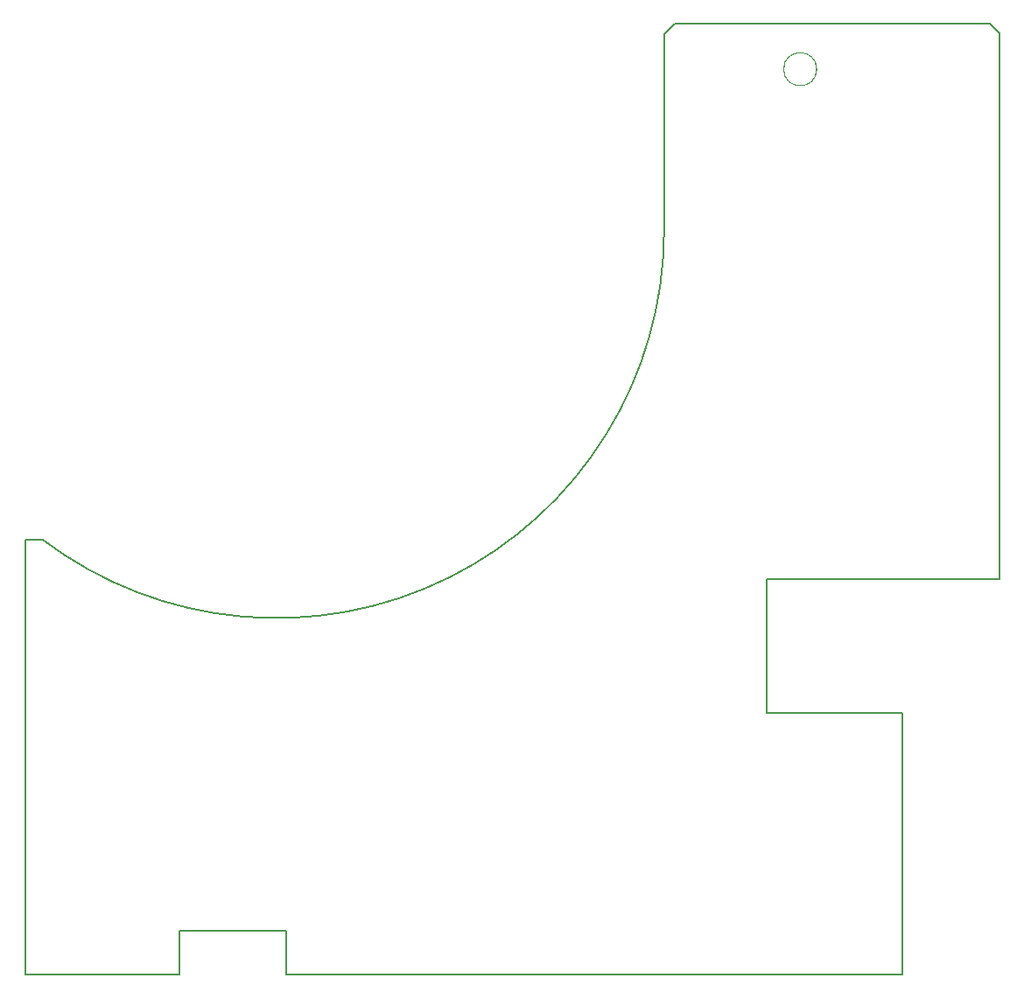
<source format=gko>
%FSLAX25Y25*%
%MOIN*%
G70*
G01*
G75*
G04 Layer_Color=16711935*
%ADD10R,0.07087X0.03937*%
%ADD11O,0.08465X0.02756*%
%ADD12R,0.05100X0.05100*%
%ADD13R,0.02559X0.06496*%
%ADD14R,0.05100X0.05100*%
%ADD15O,0.01102X0.07087*%
%ADD16O,0.07087X0.01102*%
%ADD17R,0.07480X0.09449*%
%ADD18R,0.10799X0.08500*%
%ADD19C,0.01102*%
%ADD20C,0.01000*%
%ADD21C,0.02362*%
%ADD22C,0.01500*%
%ADD23C,0.01200*%
%ADD24C,0.03000*%
%ADD25C,0.02000*%
%ADD26C,0.02500*%
%ADD27C,0.04000*%
%ADD28C,0.04331*%
%ADD29R,0.18600X0.07100*%
%ADD30R,0.10000X0.05300*%
%ADD31R,0.19700X0.10000*%
%ADD32C,0.05906*%
%ADD33R,0.05906X0.05906*%
%ADD34C,0.02000*%
%ADD35C,0.03000*%
G04:AMPARAMS|DCode=36|XSize=94.49mil|YSize=29.13mil|CornerRadius=0.73mil|HoleSize=0mil|Usage=FLASHONLY|Rotation=270.000|XOffset=0mil|YOffset=0mil|HoleType=Round|Shape=RoundedRectangle|*
%AMROUNDEDRECTD36*
21,1,0.09449,0.02768,0,0,270.0*
21,1,0.09303,0.02913,0,0,270.0*
1,1,0.00146,-0.01384,-0.04652*
1,1,0.00146,-0.01384,0.04652*
1,1,0.00146,0.01384,0.04652*
1,1,0.00146,0.01384,-0.04652*
%
%ADD36ROUNDEDRECTD36*%
%ADD37R,0.15700X0.09409*%
%ADD38C,0.00984*%
%ADD39C,0.01969*%
%ADD40C,0.01181*%
%ADD41C,0.00500*%
%ADD42C,0.00787*%
%ADD43C,0.00700*%
%ADD44C,0.00394*%
%ADD45C,0.00591*%
%ADD46R,0.08221X0.00898*%
%ADD47C,0.03937*%
%ADD48R,0.07887X0.04737*%
%ADD49O,0.09265X0.03556*%
%ADD50R,0.05900X0.05900*%
%ADD51R,0.03359X0.07296*%
%ADD52R,0.05900X0.05900*%
%ADD53O,0.01502X0.07487*%
%ADD54O,0.07487X0.01502*%
%ADD55R,0.08280X0.10249*%
%ADD56R,0.11599X0.09300*%
%ADD57C,0.06706*%
%ADD58R,0.06706X0.06706*%
G04:AMPARAMS|DCode=59|XSize=102.49mil|YSize=37.13mil|CornerRadius=0.93mil|HoleSize=0mil|Usage=FLASHONLY|Rotation=270.000|XOffset=0mil|YOffset=0mil|HoleType=Round|Shape=RoundedRectangle|*
%AMROUNDEDRECTD59*
21,1,0.10249,0.03528,0,0,270.0*
21,1,0.10063,0.03713,0,0,270.0*
1,1,0.00186,-0.01764,-0.05032*
1,1,0.00186,-0.01764,0.05032*
1,1,0.00186,0.01764,0.05032*
1,1,0.00186,0.01764,-0.05032*
%
%ADD59ROUNDEDRECTD59*%
%ADD60C,0.00600*%
%ADD61C,0.00197*%
D41*
X-240631Y-196494D02*
G03*
X-3937Y-78740I89056J117754D01*
G01*
X-148000Y-362205D02*
X86937D01*
X-247319D02*
X-188500D01*
Y-345500D01*
X-148000D01*
Y-362205D02*
Y-345500D01*
X-247319Y-196500D02*
X-240631D01*
X35000Y-262500D02*
X86937D01*
X35000D02*
Y-211500D01*
X123681D01*
Y-3602D01*
X86937Y-362205D02*
Y-262500D01*
X-247319Y-362205D02*
Y-196500D01*
X-3937Y-3937D02*
X0Y0D01*
X120079D02*
X123681Y-3602D01*
X-3937Y-78740D02*
Y-3937D01*
X0Y0D02*
X120079D01*
D44*
X54244Y-17223D02*
G03*
X54244Y-17223I-6299J0D01*
G01*
X54145Y-17223D02*
G03*
X54145Y-17223I-6299J0D01*
G01*
D61*
X-151477Y-78740D02*
G03*
X-151477Y-78740I-98J0D01*
G01*
D02*
G03*
X-151477Y-78740I-98J0D01*
G01*
D02*
G03*
X-151477Y-78740I-98J0D01*
G01*
D02*
G03*
X-151477Y-78740I-98J0D01*
G01*
M02*

</source>
